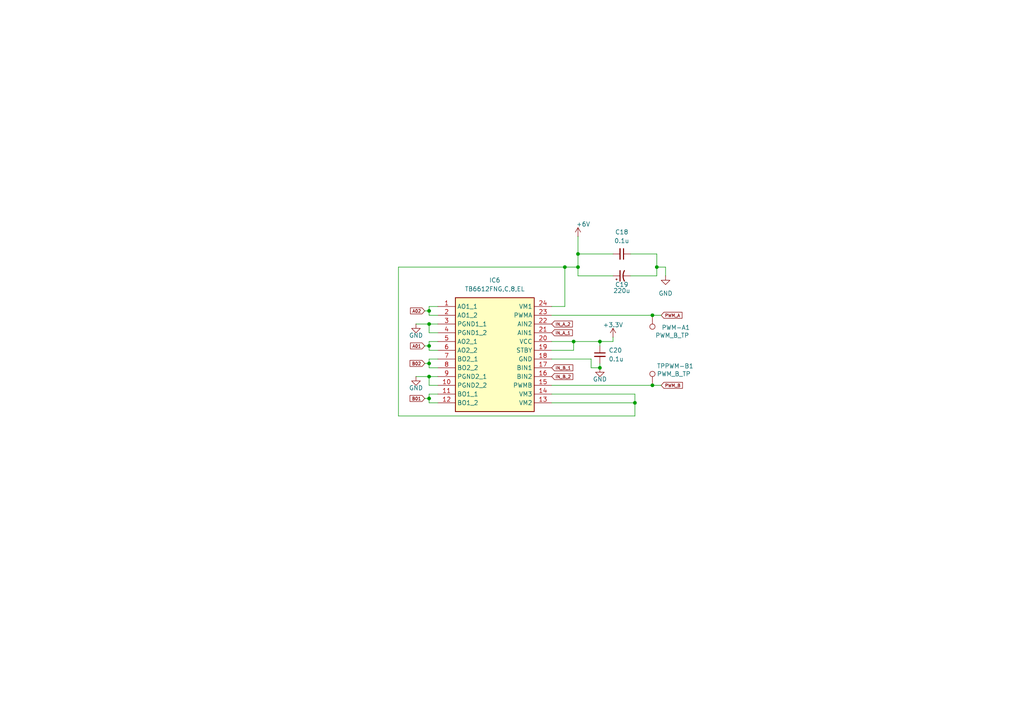
<source format=kicad_sch>
(kicad_sch (version 20250114) (generator "eeschema") (generator_version "9.0")
  (paper "A4")
  (lib_symbols
    (symbol "Connector:TestPoint" (pin_numbers (hide yes)) (pin_names (offset 0.762) (hide yes))
      (property "Reference" "TP" (at 0 6.858 0))
      (property "Value" "TestPoint" (at 0 5.08 0))
      (symbol "TestPoint_0_1"
        (circle (center 0 3.302) (radius 0.762))
      )
      (symbol "TestPoint_1_1"
        (pin passive line (at 0 0 90) (length 2.54) (name "1") (number "1"))
      )
    )
    (symbol "Device:C_Polarized_Small_US" (pin_numbers (hide yes)) (pin_names (offset 0.254) (hide yes))
      (property "Reference" "C" (at 0.254 1.778 0))
      (property "Value" "C_Polarized_Small_US" (at 0.254 -2.032 0))
      (symbol "C_Polarized_Small_US_0_1"
        (polyline (pts (xy -1.524 0.508) (xy 1.524 0.508)) (stroke (width 0.3048)))
        (polyline (pts (xy -1.27 1.524) (xy -0.762 1.524)))
        (polyline (pts (xy -1.016 1.27) (xy -1.016 1.778)))
        (arc (start -1.524 -0.762) (mid 0 -0.3734) (end 1.524 -0.762) (stroke (width 0.3048)))
      )
      (symbol "C_Polarized_Small_US_1_1"
        (pin passive line (at 0 2.54 270) (length 2.032) (name "~") (number "1"))
        (pin passive line (at 0 -2.54 90) (length 2.032) (name "~") (number "2"))
      )
    )
    (symbol "Device:C_Small" (pin_numbers (hide yes)) (pin_names (offset 0.254) (hide yes))
      (property "Reference" "C" (at 0.254 1.778 0))
      (property "Value" "C_Small" (at 0.254 -2.032 0))
      (symbol "C_Small_0_1"
        (polyline (pts (xy -1.524 0.508) (xy 1.524 0.508)) (stroke (width 0.3048)))
        (polyline (pts (xy -1.524 -0.508) (xy 1.524 -0.508)) (stroke (width 0.3302)))
      )
      (symbol "C_Small_1_1"
        (pin passive line (at 0 2.54 270) (length 2.032) (name "~") (number "1"))
        (pin passive line (at 0 -2.54 90) (length 2.032) (name "~") (number "2"))
      )
    )
    (symbol "PAMI-Power_Board_specific_symbols:+3.3V" (power) (pin_numbers (hide yes)) (pin_names (offset 0) (hide yes))
      (property "Value" "+3.3V" (at 0 3.556 0))
      (symbol "+3.3V_0_1"
        (polyline (pts (xy -0.762 1.27) (xy 0 2.54)))
        (polyline (pts (xy 0 2.54) (xy 0.762 1.27)))
        (polyline (pts (xy 0 0) (xy 0 2.54)))
      )
      (symbol "+3.3V_1_1"
        (pin power_in line (at 0 0 90) (length 0) (name "~") (number "1"))
      )
    )
    (symbol "PAMI-Power_Board_specific_symbols:+6V" (power) (pin_numbers (hide yes)) (pin_names (offset 0) (hide yes))
      (property "Value" "+6V" (at 0 3.556 0))
      (symbol "+6V_0_1"
        (polyline (pts (xy -0.762 1.27) (xy 0 2.54)))
        (polyline (pts (xy 0 2.54) (xy 0.762 1.27)))
        (polyline (pts (xy 0 0) (xy 0 2.54)))
      )
      (symbol "+6V_1_1"
        (pin power_in line (at 0 0 90) (length 0) (name "~") (number "1"))
      )
    )
    (symbol "PAMI-TB6612FNG_C_8_EL:TB6612FNG,C,8,EL"
      (property "Reference" "IC" (at 29.21 7.62 0))
      (property "Value" "TB6612FNG,C,8,EL" (at 29.21 5.08 0))
      (symbol "TB6612FNG,C,8,EL_1_1"
        (rectangle (start 5.08 2.54) (end 27.94 -30.48) (stroke (width 0.254)) (fill (type background)))
        (pin passive line (at 0 0 0) (length 5.08) (name "AO1_1") (number "1"))
        (pin passive line (at 0 -2.54 0) (length 5.08) (name "AO1_2") (number "2"))
        (pin passive line (at 0 -5.08 0) (length 5.08) (name "PGND1_1") (number "3"))
        (pin passive line (at 0 -7.62 0) (length 5.08) (name "PGND1_2") (number "4"))
        (pin passive line (at 0 -10.16 0) (length 5.08) (name "AO2_1") (number "5"))
        (pin passive line (at 0 -12.7 0) (length 5.08) (name "AO2_2") (number "6"))
        (pin passive line (at 0 -15.24 0) (length 5.08) (name "BO2_1") (number "7"))
        (pin passive line (at 0 -17.78 0) (length 5.08) (name "BO2_2") (number "8"))
        (pin passive line (at 0 -20.32 0) (length 5.08) (name "PGND2_1") (number "9"))
        (pin passive line (at 0 -22.86 0) (length 5.08) (name "PGND2_2") (number "10"))
        (pin passive line (at 0 -25.4 0) (length 5.08) (name "BO1_1") (number "11"))
        (pin passive line (at 0 -27.94 0) (length 5.08) (name "BO1_2") (number "12"))
        (pin passive line (at 33.02 0 180) (length 5.08) (name "VM1") (number "24"))
        (pin passive line (at 33.02 -2.54 180) (length 5.08) (name "PWMA") (number "23"))
        (pin passive line (at 33.02 -5.08 180) (length 5.08) (name "AIN2") (number "22"))
        (pin passive line (at 33.02 -7.62 180) (length 5.08) (name "AIN1") (number "21"))
        (pin passive line (at 33.02 -10.16 180) (length 5.08) (name "VCC") (number "20"))
        (pin passive line (at 33.02 -12.7 180) (length 5.08) (name "STBY") (number "19"))
        (pin passive line (at 33.02 -15.24 180) (length 5.08) (name "GND") (number "18"))
        (pin passive line (at 33.02 -17.78 180) (length 5.08) (name "BIN1") (number "17"))
        (pin passive line (at 33.02 -20.32 180) (length 5.08) (name "BIN2") (number "16"))
        (pin passive line (at 33.02 -22.86 180) (length 5.08) (name "PWMB") (number "15"))
        (pin passive line (at 33.02 -25.4 180) (length 5.08) (name "VM3") (number "14"))
        (pin passive line (at 33.02 -27.94 180) (length 5.08) (name "VM2") (number "13"))
      )
    )
    (symbol "power:GND" (power) (pin_numbers (hide yes)) (pin_names (offset 0) (hide yes))
      (property "Value" "GND" (at 0 -3.81 0))
      (symbol "GND_0_1"
        (polyline (pts (xy 0 0) (xy 0 -1.27) (xy 1.27 -1.27) (xy 0 -2.54) (xy -1.27 -1.27) (xy 0 -1.27)))
      )
      (symbol "GND_1_1"
        (pin power_in line (at 0 0 270) (length 0) (name "~") (number "1"))
      )
    )
  )
  (junction (at 167.64 77.47))
  (junction (at 124.46 105.41))
  (junction (at 173.99 106.68))
  (junction (at 173.99 99.06))
  (junction (at 124.46 109.22))
  (junction (at 166.37 99.06))
  (junction (at 124.46 93.98))
  (junction (at 184.15 116.84))
  (junction (at 167.64 73.66))
  (junction (at 163.83 77.47))
  (junction (at 190.5 77.47))
  (junction (at 124.46 90.17))
  (junction (at 124.46 100.33))
  (junction (at 189.23 111.76))
  (junction (at 189.23 91.44))
  (junction (at 124.46 115.57))
  (wire (pts (xy 160.02 114.3) (xy 184.15 114.3)))
  (wire (pts (xy 184.15 120.65) (xy 184.15 116.84)))
  (wire (pts (xy 191.77 91.44) (xy 189.23 91.44)))
  (wire (pts (xy 127 101.6) (xy 124.46 101.6)))
  (wire (pts (xy 124.46 114.3) (xy 127 114.3)))
  (wire (pts (xy 124.46 105.41) (xy 124.46 104.14)))
  (wire (pts (xy 163.83 88.9) (xy 160.02 88.9)))
  (wire (pts (xy 190.5 77.47) (xy 190.5 80.01)))
  (wire (pts (xy 171.45 104.14) (xy 171.45 106.68)))
  (wire (pts (xy 124.46 96.52) (xy 124.46 93.98)))
  (wire (pts (xy 177.8 80.01) (xy 167.64 80.01)))
  (wire (pts (xy 123.19 115.57) (xy 124.46 115.57)))
  (wire (pts (xy 124.46 104.14) (xy 127 104.14)))
  (wire (pts (xy 163.83 77.47) (xy 163.83 88.9)))
  (wire (pts (xy 124.46 106.68) (xy 124.46 105.41)))
  (wire (pts (xy 160.02 104.14) (xy 171.45 104.14)))
  (wire (pts (xy 115.57 77.47) (xy 115.57 120.65)))
  (wire (pts (xy 182.88 73.66) (xy 190.5 73.66)))
  (wire (pts (xy 124.46 115.57) (xy 124.46 114.3)))
  (wire (pts (xy 123.19 105.41) (xy 124.46 105.41)))
  (wire (pts (xy 123.19 100.33) (xy 124.46 100.33)))
  (wire (pts (xy 124.46 91.44) (xy 124.46 90.17)))
  (wire (pts (xy 163.83 77.47) (xy 167.64 77.47)))
  (wire (pts (xy 166.37 99.06) (xy 173.99 99.06)))
  (wire (pts (xy 124.46 111.76) (xy 124.46 109.22)))
  (wire (pts (xy 124.46 88.9) (xy 127 88.9)))
  (wire (pts (xy 193.04 77.47) (xy 190.5 77.47)))
  (wire (pts (xy 184.15 116.84) (xy 184.15 114.3)))
  (wire (pts (xy 160.02 116.84) (xy 184.15 116.84)))
  (wire (pts (xy 191.77 111.76) (xy 189.23 111.76)))
  (wire (pts (xy 124.46 100.33) (xy 124.46 99.06)))
  (wire (pts (xy 167.64 73.66) (xy 167.64 77.47)))
  (wire (pts (xy 167.64 68.58) (xy 167.64 73.66)))
  (wire (pts (xy 124.46 101.6) (xy 124.46 100.33)))
  (wire (pts (xy 127 106.68) (xy 124.46 106.68)))
  (wire (pts (xy 163.83 77.47) (xy 115.57 77.47)))
  (wire (pts (xy 120.65 93.98) (xy 124.46 93.98)))
  (wire (pts (xy 120.65 109.22) (xy 124.46 109.22)))
  (wire (pts (xy 127 116.84) (xy 124.46 116.84)))
  (wire (pts (xy 182.88 80.01) (xy 190.5 80.01)))
  (wire (pts (xy 124.46 93.98) (xy 127 93.98)))
  (wire (pts (xy 173.99 99.06) (xy 173.99 100.33)))
  (wire (pts (xy 189.23 111.76) (xy 160.02 111.76)))
  (wire (pts (xy 167.64 80.01) (xy 167.64 77.47)))
  (wire (pts (xy 167.64 73.66) (xy 177.8 73.66)))
  (wire (pts (xy 166.37 101.6) (xy 166.37 99.06)))
  (wire (pts (xy 189.23 91.44) (xy 160.02 91.44)))
  (wire (pts (xy 173.99 106.68) (xy 173.99 105.41)))
  (wire (pts (xy 123.19 90.17) (xy 124.46 90.17)))
  (wire (pts (xy 177.8 99.06) (xy 177.8 97.79)))
  (wire (pts (xy 127 111.76) (xy 124.46 111.76)))
  (wire (pts (xy 190.5 73.66) (xy 190.5 77.47)))
  (wire (pts (xy 171.45 106.68) (xy 173.99 106.68)))
  (wire (pts (xy 127 96.52) (xy 124.46 96.52)))
  (wire (pts (xy 160.02 101.6) (xy 166.37 101.6)))
  (wire (pts (xy 124.46 99.06) (xy 127 99.06)))
  (wire (pts (xy 124.46 109.22) (xy 127 109.22)))
  (wire (pts (xy 193.04 77.47) (xy 193.04 80.01)))
  (wire (pts (xy 160.02 99.06) (xy 166.37 99.06)))
  (wire (pts (xy 124.46 116.84) (xy 124.46 115.57)))
  (wire (pts (xy 127 91.44) (xy 124.46 91.44)))
  (wire (pts (xy 173.99 99.06) (xy 177.8 99.06)))
  (wire (pts (xy 124.46 90.17) (xy 124.46 88.9)))
  (wire (pts (xy 115.57 120.65) (xy 184.15 120.65)))
  (global_label "PWM_A" (shape input) (at 191.77 91.44 0) (effects (font (size 0.889 0.889))) (property "Intersheetrefs" "${INTERSHEET_REFS}" (effects (hide yes))))
  (global_label "A01" (shape input) (at 123.19 100.33 180) (effects (font (size 0.889 0.889))) (property "Intersheetrefs" "${INTERSHEET_REFS}" (effects (hide yes))))
  (global_label "B01" (shape input) (at 123.19 115.57 180) (effects (font (size 0.889 0.889))) (property "Intersheetrefs" "${INTERSHEET_REFS}" (effects (hide yes))))
  (global_label "A02" (shape input) (at 123.19 90.17 180) (effects (font (size 0.889 0.889))) (property "Intersheetrefs" "${INTERSHEET_REFS}" (effects (hide yes))))
  (global_label "IN_A_2" (shape input) (at 160.02 93.98 0) (effects (font (size 0.889 0.889))) (property "Intersheetrefs" "${INTERSHEET_REFS}" (effects (hide yes))))
  (global_label "PWM_B" (shape input) (at 191.77 111.76 0) (effects (font (size 0.889 0.889))) (property "Intersheetrefs" "${INTERSHEET_REFS}" (effects (hide yes))))
  (global_label "B02" (shape input) (at 123.19 105.41 180) (effects (font (size 0.889 0.889))) (property "Intersheetrefs" "${INTERSHEET_REFS}" (effects (hide yes))))
  (global_label "IN_A_1" (shape input) (at 160.02 96.52 0) (effects (font (size 0.889 0.889))) (property "Intersheetrefs" "${INTERSHEET_REFS}" (effects (hide yes))))
  (global_label "IN_B_1" (shape input) (at 160.02 106.68 0) (effects (font (size 0.889 0.889))) (property "Intersheetrefs" "${INTERSHEET_REFS}" (effects (hide yes))))
  (global_label "IN_B_2" (shape input) (at 160.02 109.22 0) (effects (font (size 0.889 0.889))) (property "Intersheetrefs" "${INTERSHEET_REFS}" (effects (hide yes))))
  (symbol (lib_id "power:GND") (at 120.65 93.98 0) (unit 1)
    (property "Reference" "#PWR082" (effects (hide yes)))
    (property "Value" "GND" (at 120.65 97.282 0))
    (property "Description" "Power symbol creates a global label with name \"GND\" , ground" (effects (hide yes)))
  )
  (symbol (lib_id "PAMI-TB6612FNG_C_8_EL:TB6612FNG,C,8,EL") (at 127 88.9 0) (unit 1)
    (property "Reference" "IC6" (at 143.51 81.28 0))
    (property "Value" "TB6612FNG,C,8,EL" (at 143.51 83.82 0))
    (property "Footprint" "Motor_Driver_TB6612FNG:SOP65P760X160-24N" (effects (hide yes)))
    (property "Datasheet" "http://toshiba.semicon-storage.com/info/docget.jsp?did=10660&prodName=TB6612FNG" (effects (hide yes)))
    (property "Description" "otor / Motion / Ignition Controllers & Drivers Brush Motor Driver IC" (effects (hide yes)))
    (property "Height" "1.6" (effects (hide yes)))
    (property "Manufacturer_Name" "Toshiba" (effects (hide yes)))
    (property "Manufacturer_Part_Number" "TB6612FNG,C,8,EL" (effects (hide yes)))
    (property "Mouser Part Number" "757-TB6612FNGC8EL" (effects (hide yes)))
    (property "Mouser Price/Stock" "https://www.mouser.co.uk/ProductDetail/Toshiba/TB6612FNGC8EL?qs=rsevcuukUAy2UalRuv4E%2FQ%3D%3D" (effects (hide yes)))
    (property "Arrow Part Number" "TB6612FNG,C,8,EL" (effects (hide yes)))
    (property "Arrow Price/Stock" "https://www.arrow.com/en/products/tb6612fngc8el/toshiba?region=nac" (effects (hide yes)))
  )
  (symbol (lib_id "PAMI-Power_Board_specific_symbols:+3.3V") (at 177.8 97.79 0) (unit 1)
    (property "Reference" "#PWR080" (effects (hide yes)))
    (property "Value" "+3.3V" (at 177.8 94.234 0))
    (property "Description" "Power symbol creates a global label with name \"+3.3V\"" (effects (hide yes)))
  )
  (symbol (lib_id "power:GND") (at 193.04 80.01 0) (unit 1)
    (property "Reference" "#PWR079" (effects (hide yes)))
    (property "Value" "GND" (at 193.04 85.09 0))
    (property "Description" "Power symbol creates a global label with name \"GND\" , ground" (effects (hide yes)))
  )
  (symbol (lib_id "Connector:TestPoint") (at 189.23 91.44 180) (unit 1)
    (property "Reference" "PWM-A1" (at 200.152 94.996 0) (effects (justify left)))
    (property "Value" "PWM_B_TP" (at 199.898 97.282 0) (effects (justify left)))
    (property "Footprint" "Test_hooks:S275146R" (effects (hide yes)))
    (property "Description" "test point" (effects (hide yes)))
  )
  (symbol (lib_id "PAMI-Power_Board_specific_symbols:+6V") (at 167.64 68.58 0) (unit 1)
    (property "Reference" "#PWR083" (effects (hide yes)))
    (property "Value" "+6V" (at 169.164 65.024 0))
    (property "Description" "Power symbol creates a global label with name \"+6V\"" (effects (hide yes)))
  )
  (symbol (lib_id "power:GND") (at 120.65 109.22 0) (unit 1)
    (property "Reference" "#PWR081" (effects (hide yes)))
    (property "Value" "GND" (at 120.65 112.522 0))
    (property "Description" "Power symbol creates a global label with name \"GND\" , ground" (effects (hide yes)))
  )
  (symbol (lib_id "power:GND") (at 173.99 106.68 0) (unit 1)
    (property "Reference" "#PWR0104" (effects (hide yes)))
    (property "Value" "GND" (at 173.99 109.982 0))
    (property "Description" "Power symbol creates a global label with name \"GND\" , ground" (effects (hide yes)))
  )
  (symbol (lib_id "Device:C_Small") (at 180.34 73.66 270) (unit 1)
    (property "Reference" "C18" (at 180.3336 67.31 90))
    (property "Value" "0.1u" (at 180.3336 69.85 90))
    (property "Footprint" "Capacitor_SMD:C_0805_2012Metric_Pad1.18x1.45mm_HandSolder" (effects (hide yes)))
    (property "Description" "Unpolarized capacitor, small symbol" (effects (hide yes)))
  )
  (symbol (lib_id "Device:C_Small") (at 173.99 102.87 0) (unit 1)
    (property "Reference" "C20" (at 176.53 101.6062 0) (effects (justify left)))
    (property "Value" "0.1u" (at 176.53 104.1462 0) (effects (justify left)))
    (property "Footprint" "Capacitor_SMD:C_0805_2012Metric_Pad1.18x1.45mm_HandSolder" (effects (hide yes)))
    (property "Description" "Unpolarized capacitor, small symbol" (effects (hide yes)))
  )
  (symbol (lib_id "Connector:TestPoint") (at 189.23 111.76 0) (unit 1)
    (property "Reference" "TPPWM-B1" (at 190.5 106.172 0) (effects (justify left)))
    (property "Value" "PWM_B_TP" (at 190.5 108.458 0) (effects (justify left)))
    (property "Footprint" "Test_hooks:S275146R" (effects (hide yes)))
    (property "Description" "test point" (effects (hide yes)))
  )
  (symbol (lib_id "Device:C_Polarized_Small_US") (at 180.34 80.01 90) (unit 1)
    (property "Reference" "C19" (at 180.34 82.55 90))
    (property "Value" "220u" (at 180.34 84.328 90))
    (property "Footprint" "220u_Polarized_Bulk_Capacitor:CAPPM3528X210N" (effects (hide yes)))
    (property "Description" "Polarized capacitor, small US symbol" (effects (hide yes)))
  )
)
</source>
